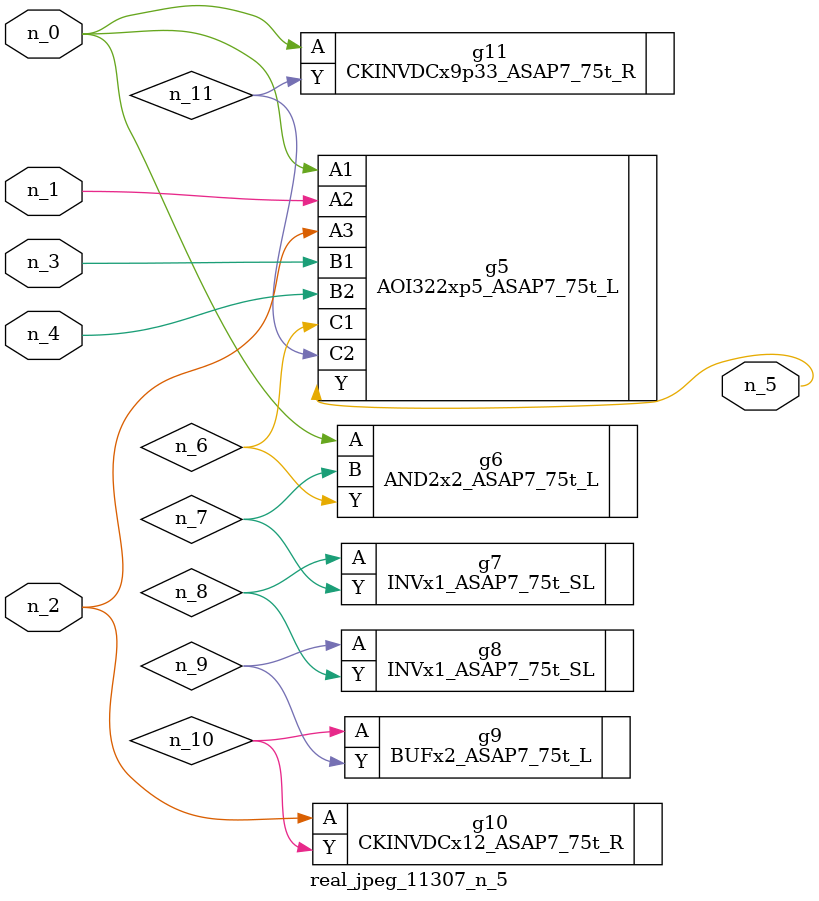
<source format=v>
module real_jpeg_11307_n_5 (n_4, n_0, n_1, n_2, n_3, n_5);

input n_4;
input n_0;
input n_1;
input n_2;
input n_3;

output n_5;

wire n_8;
wire n_11;
wire n_6;
wire n_7;
wire n_10;
wire n_9;

AOI322xp5_ASAP7_75t_L g5 ( 
.A1(n_0),
.A2(n_1),
.A3(n_2),
.B1(n_3),
.B2(n_4),
.C1(n_6),
.C2(n_11),
.Y(n_5)
);

AND2x2_ASAP7_75t_L g6 ( 
.A(n_0),
.B(n_7),
.Y(n_6)
);

CKINVDCx9p33_ASAP7_75t_R g11 ( 
.A(n_0),
.Y(n_11)
);

CKINVDCx12_ASAP7_75t_R g10 ( 
.A(n_2),
.Y(n_10)
);

INVx1_ASAP7_75t_SL g7 ( 
.A(n_8),
.Y(n_7)
);

INVx1_ASAP7_75t_SL g8 ( 
.A(n_9),
.Y(n_8)
);

BUFx2_ASAP7_75t_L g9 ( 
.A(n_10),
.Y(n_9)
);


endmodule
</source>
